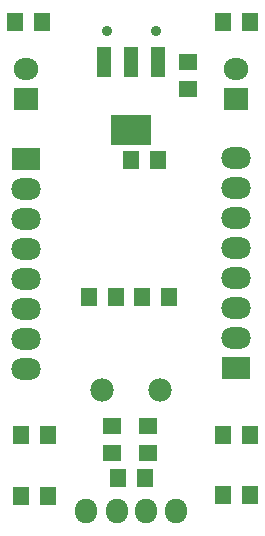
<source format=gbs>
G04*
G04 #@! TF.GenerationSoftware,Altium Limited,Altium Designer,18.1.6 (161)*
G04*
G04 Layer_Color=16711935*
%FSTAX24Y24*%
%MOIN*%
G70*
G01*
G75*
%ADD26R,0.0630X0.0580*%
%ADD27R,0.0580X0.0630*%
%ADD33O,0.0980X0.0730*%
%ADD34R,0.0980X0.0730*%
%ADD35O,0.0830X0.0730*%
%ADD36R,0.0830X0.0730*%
%ADD37C,0.0780*%
%ADD38O,0.0730X0.0830*%
%ADD39C,0.0356*%
%ADD53R,0.0474X0.1025*%
%ADD54R,0.1379X0.1025*%
D26*
X015472Y014758D02*
D03*
Y013858D02*
D03*
X014291D02*
D03*
Y014758D02*
D03*
X016811Y02599D02*
D03*
Y02689D02*
D03*
D27*
X01797Y02821D02*
D03*
X01887D02*
D03*
X01442Y01904D02*
D03*
X01352D02*
D03*
X01618D02*
D03*
X01528D02*
D03*
X01123Y01446D02*
D03*
X01213D02*
D03*
X01123Y01241D02*
D03*
X01213D02*
D03*
X014476Y013032D02*
D03*
X015376D02*
D03*
X01889Y01244D02*
D03*
X01799D02*
D03*
X01888Y01446D02*
D03*
X01798D02*
D03*
X011947Y028206D02*
D03*
X011047D02*
D03*
X015821Y023622D02*
D03*
X014921D02*
D03*
D33*
X018421Y022693D02*
D03*
Y020693D02*
D03*
Y017693D02*
D03*
Y018693D02*
D03*
Y019693D02*
D03*
Y021693D02*
D03*
Y023693D02*
D03*
X011421Y017646D02*
D03*
Y019646D02*
D03*
Y022646D02*
D03*
Y021646D02*
D03*
Y020646D02*
D03*
Y018646D02*
D03*
Y016646D02*
D03*
D34*
X018421Y016693D02*
D03*
X011421Y023646D02*
D03*
D35*
Y026656D02*
D03*
X018421D02*
D03*
D36*
X011421Y025646D02*
D03*
X018421D02*
D03*
D37*
X013961Y015945D02*
D03*
X015882D02*
D03*
D38*
X013421Y011929D02*
D03*
X014431D02*
D03*
X015411D02*
D03*
X016421D02*
D03*
D39*
X015738Y027933D02*
D03*
X014104D02*
D03*
D53*
X014016Y02689D02*
D03*
X014921D02*
D03*
X015827D02*
D03*
D54*
X014921Y024606D02*
D03*
M02*

</source>
